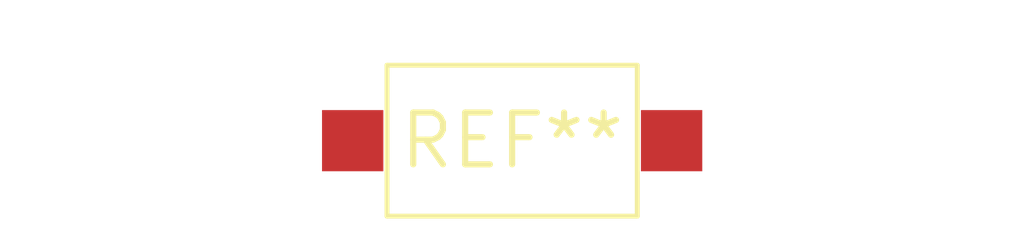
<source format=kicad_pcb>
(kicad_pcb (version 20240108) (generator pcbnew)
  (layers (0 "F.Cu" signal) (31 "B.Cu" signal) (34 "B.Paste" user) (35 "F.Paste" user) (36 "B.SilkS" user "B.Silkscreen") (37 "F.SilkS" user "F.Silkscreen") (38 "B.Mask" user) (39 "F.Mask" user) (44 "Edge.Cuts" user))
  (net 0 "")
  (footprint "SW_SPST_CK_RS282G05A3" (layer "F.Cu") (at 0 0)
    (property "Reference" "REF**")
    (property "Value" "SW_SPST_CK_RS282G05A3")
    (fp_line (start -3.06 -1.85) (end 3.06 -1.85) (layer "F.SilkS") (stroke (width 0.12)))
    (fp_line (start -3.06 1.85) (end -3.06 -1.85) (layer "F.SilkS") (stroke (width 0.12)))
    (fp_line (start 3.06 -1.85) (end 3.06 1.85) (layer "F.SilkS") (stroke (width 0.12)))
    (fp_line (start 3.06 1.85) (end -3.06 1.85) (layer "F.SilkS") (stroke (width 0.12)))
    (pad "1" smd rect (at -3.9 0) (size 1.5 1.5) (layers "F.Cu" "F.Paste" "F.Mask"))
    (pad "2" smd rect (at 3.9 0) (size 1.5 1.5) (layers "F.Cu" "F.Paste" "F.Mask"))
  )
)
</source>
